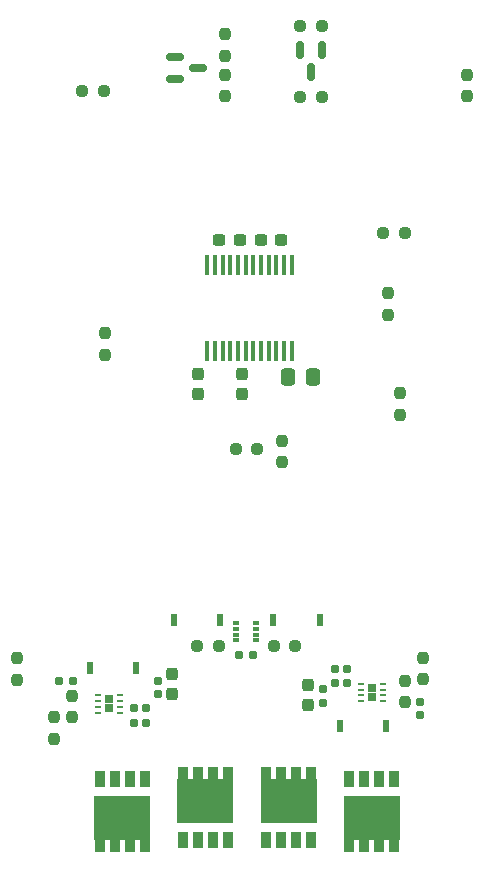
<source format=gbp>
G04 #@! TF.GenerationSoftware,KiCad,Pcbnew,9.0.0*
G04 #@! TF.CreationDate,2025-04-22T19:19:30+02:00*
G04 #@! TF.ProjectId,bio_robots,62696f5f-726f-4626-9f74-732e6b696361,rev?*
G04 #@! TF.SameCoordinates,Original*
G04 #@! TF.FileFunction,Paste,Bot*
G04 #@! TF.FilePolarity,Positive*
%FSLAX46Y46*%
G04 Gerber Fmt 4.6, Leading zero omitted, Abs format (unit mm)*
G04 Created by KiCad (PCBNEW 9.0.0) date 2025-04-22 19:19:30*
%MOMM*%
%LPD*%
G01*
G04 APERTURE LIST*
G04 Aperture macros list*
%AMRoundRect*
0 Rectangle with rounded corners*
0 $1 Rounding radius*
0 $2 $3 $4 $5 $6 $7 $8 $9 X,Y pos of 4 corners*
0 Add a 4 corners polygon primitive as box body*
4,1,4,$2,$3,$4,$5,$6,$7,$8,$9,$2,$3,0*
0 Add four circle primitives for the rounded corners*
1,1,$1+$1,$2,$3*
1,1,$1+$1,$4,$5*
1,1,$1+$1,$6,$7*
1,1,$1+$1,$8,$9*
0 Add four rect primitives between the rounded corners*
20,1,$1+$1,$2,$3,$4,$5,0*
20,1,$1+$1,$4,$5,$6,$7,0*
20,1,$1+$1,$6,$7,$8,$9,0*
20,1,$1+$1,$8,$9,$2,$3,0*%
G04 Aperture macros list end*
%ADD10RoundRect,0.160000X0.160000X-0.197500X0.160000X0.197500X-0.160000X0.197500X-0.160000X-0.197500X0*%
%ADD11RoundRect,0.250000X-0.337500X-0.475000X0.337500X-0.475000X0.337500X0.475000X-0.337500X0.475000X0*%
%ADD12RoundRect,0.155000X0.155000X-0.212500X0.155000X0.212500X-0.155000X0.212500X-0.155000X-0.212500X0*%
%ADD13R,0.850000X1.450000*%
%ADD14R,0.850000X1.050000*%
%ADD15R,4.700000X3.750000*%
%ADD16RoundRect,0.237500X-0.237500X0.250000X-0.237500X-0.250000X0.237500X-0.250000X0.237500X0.250000X0*%
%ADD17RoundRect,0.237500X0.237500X-0.300000X0.237500X0.300000X-0.237500X0.300000X-0.237500X-0.300000X0*%
%ADD18RoundRect,0.237500X0.237500X-0.250000X0.237500X0.250000X-0.237500X0.250000X-0.237500X-0.250000X0*%
%ADD19RoundRect,0.237500X-0.250000X-0.237500X0.250000X-0.237500X0.250000X0.237500X-0.250000X0.237500X0*%
%ADD20RoundRect,0.155000X-0.155000X0.212500X-0.155000X-0.212500X0.155000X-0.212500X0.155000X0.212500X0*%
%ADD21R,0.558800X1.092200*%
%ADD22RoundRect,0.155000X0.212500X0.155000X-0.212500X0.155000X-0.212500X-0.155000X0.212500X-0.155000X0*%
%ADD23R,0.475000X0.300000*%
%ADD24R,0.750000X0.650000*%
%ADD25RoundRect,0.062500X0.187500X0.062500X-0.187500X0.062500X-0.187500X-0.062500X0.187500X-0.062500X0*%
%ADD26RoundRect,0.237500X0.250000X0.237500X-0.250000X0.237500X-0.250000X-0.237500X0.250000X-0.237500X0*%
%ADD27RoundRect,0.237500X-0.237500X0.300000X-0.237500X-0.300000X0.237500X-0.300000X0.237500X0.300000X0*%
%ADD28RoundRect,0.237500X-0.300000X-0.237500X0.300000X-0.237500X0.300000X0.237500X-0.300000X0.237500X0*%
%ADD29RoundRect,0.150000X-0.150000X0.587500X-0.150000X-0.587500X0.150000X-0.587500X0.150000X0.587500X0*%
%ADD30RoundRect,0.150000X-0.587500X-0.150000X0.587500X-0.150000X0.587500X0.150000X-0.587500X0.150000X0*%
%ADD31R,0.450000X1.750000*%
%ADD32RoundRect,0.160000X-0.160000X0.197500X-0.160000X-0.197500X0.160000X-0.197500X0.160000X0.197500X0*%
%ADD33RoundRect,0.237500X0.300000X0.237500X-0.300000X0.237500X-0.300000X-0.237500X0.300000X-0.237500X0*%
%ADD34RoundRect,0.160000X-0.197500X-0.160000X0.197500X-0.160000X0.197500X0.160000X-0.197500X0.160000X0*%
%ADD35RoundRect,0.062500X-0.187500X-0.062500X0.187500X-0.062500X0.187500X0.062500X-0.187500X0.062500X0*%
G04 APERTURE END LIST*
D10*
X85531700Y-132444999D03*
X85531700Y-131249999D03*
D11*
X98562500Y-103200000D03*
X100637500Y-103200000D03*
D12*
X87537501Y-130065000D03*
X87537501Y-128930000D03*
D10*
X102511598Y-129097500D03*
X102511598Y-127902500D03*
D13*
X93445000Y-142381362D03*
X92175000Y-142381362D03*
X90905000Y-142381362D03*
X89635000Y-142381362D03*
D14*
X89635000Y-136681362D03*
X90905000Y-136681362D03*
X92175000Y-136681362D03*
X93445000Y-136681362D03*
D15*
X91540000Y-139081362D03*
D16*
X108000000Y-104587500D03*
X108000000Y-106412500D03*
D17*
X88737500Y-130060000D03*
X88737500Y-128335000D03*
D18*
X75600000Y-128812500D03*
X75600000Y-126987500D03*
D16*
X113700000Y-77587500D03*
X113700000Y-79412500D03*
D18*
X78750000Y-133822499D03*
X78750000Y-131997499D03*
D19*
X97337501Y-126000000D03*
X99162501Y-126000000D03*
D18*
X83000000Y-101325000D03*
X83000000Y-99500000D03*
D20*
X109750000Y-130682500D03*
X109750000Y-131817500D03*
D16*
X80237501Y-130185000D03*
X80237501Y-132010000D03*
D21*
X81781701Y-127797500D03*
X85693301Y-127797500D03*
D16*
X107000000Y-96087500D03*
X107000000Y-97912500D03*
D12*
X101511598Y-130767501D03*
X101511598Y-129632501D03*
D22*
X80305000Y-128897500D03*
X79170000Y-128897500D03*
D16*
X98000000Y-108587500D03*
X98000000Y-110412500D03*
D13*
X103700000Y-137200000D03*
X104970000Y-137200000D03*
X106240000Y-137200000D03*
X107510000Y-137200000D03*
D14*
X107510000Y-142900000D03*
X106240000Y-142900000D03*
X104970000Y-142900000D03*
X103700000Y-142900000D03*
D15*
X105605000Y-140500000D03*
D21*
X97294200Y-123750001D03*
X101205800Y-123750001D03*
D23*
X95838000Y-124000000D03*
X95838000Y-124500000D03*
X95838000Y-125000000D03*
X95838000Y-125500000D03*
X94162000Y-125500000D03*
X94162000Y-125000000D03*
X94162000Y-124500000D03*
X94162000Y-124000000D03*
D24*
X83387501Y-131247501D03*
X83387501Y-130447501D03*
D25*
X84337501Y-130097501D03*
X84337501Y-130597501D03*
X84337501Y-131097501D03*
X84337501Y-131597501D03*
X82437501Y-131597501D03*
X82437501Y-131097501D03*
X82437501Y-130597501D03*
X82437501Y-130097501D03*
D26*
X82912500Y-79000000D03*
X81087500Y-79000000D03*
X108412500Y-91000000D03*
X106587500Y-91000000D03*
D27*
X90900000Y-102937500D03*
X90900000Y-104662500D03*
D18*
X93200000Y-79425000D03*
X93200000Y-77600000D03*
D21*
X106811599Y-132700000D03*
X102899999Y-132700000D03*
D19*
X94087500Y-109300000D03*
X95912500Y-109300000D03*
D18*
X93200000Y-76000000D03*
X93200000Y-74175000D03*
D16*
X109961598Y-126962499D03*
X109961598Y-128787499D03*
D28*
X92712500Y-91600000D03*
X94437500Y-91600000D03*
D29*
X99550000Y-75500000D03*
X101450000Y-75500000D03*
X100500000Y-77375000D03*
D30*
X89000000Y-78000000D03*
X89000000Y-76100000D03*
X90875000Y-77050000D03*
D18*
X108455799Y-130712500D03*
X108455799Y-128887500D03*
D13*
X100510000Y-142381361D03*
X99240000Y-142381361D03*
X97970000Y-142381361D03*
X96700000Y-142381361D03*
D14*
X96700000Y-136681361D03*
X97970000Y-136681361D03*
X99240000Y-136681361D03*
X100510000Y-136681361D03*
D15*
X98605000Y-139081361D03*
D27*
X94600000Y-102937500D03*
X94600000Y-104662500D03*
D31*
X91700000Y-93750000D03*
X92350000Y-93750000D03*
X93000000Y-93750000D03*
X93650000Y-93750000D03*
X94300000Y-93750000D03*
X94950000Y-93750000D03*
X95600000Y-93750000D03*
X96250000Y-93750000D03*
X96900000Y-93750000D03*
X97550000Y-93750000D03*
X98200000Y-93750000D03*
X98850000Y-93750000D03*
X98850000Y-100950000D03*
X98200000Y-100950000D03*
X97550000Y-100950000D03*
X96900000Y-100950000D03*
X96250000Y-100950000D03*
X95600000Y-100950000D03*
X94950000Y-100950000D03*
X94300000Y-100950000D03*
X93650000Y-100950000D03*
X93000000Y-100950000D03*
X92350000Y-100950000D03*
X91700000Y-100950000D03*
D21*
X92750001Y-123750000D03*
X88838401Y-123750000D03*
D26*
X101412500Y-73500000D03*
X99587500Y-73500000D03*
D32*
X103511600Y-127902500D03*
X103511600Y-129097500D03*
D33*
X97937500Y-91600000D03*
X96212500Y-91600000D03*
D19*
X90837499Y-125999999D03*
X92662499Y-125999999D03*
D17*
X100211598Y-130962500D03*
X100211598Y-129237500D03*
D34*
X94402500Y-126700000D03*
X95597500Y-126700000D03*
D32*
X86531701Y-131250000D03*
X86531701Y-132445000D03*
D24*
X105661598Y-129500000D03*
X105661598Y-130300000D03*
D35*
X104711598Y-130650000D03*
X104711598Y-130150000D03*
X104711598Y-129650000D03*
X104711598Y-129150000D03*
X106611598Y-129150000D03*
X106611598Y-129650000D03*
X106611598Y-130150000D03*
X106611598Y-130650000D03*
D26*
X101412500Y-79500000D03*
X99587500Y-79500000D03*
D13*
X82590000Y-137200000D03*
X83860000Y-137200000D03*
X85130000Y-137200000D03*
X86400000Y-137200000D03*
D14*
X86400000Y-142900000D03*
X85130000Y-142900000D03*
X83860000Y-142900000D03*
X82590000Y-142900000D03*
D15*
X84495000Y-140500000D03*
M02*

</source>
